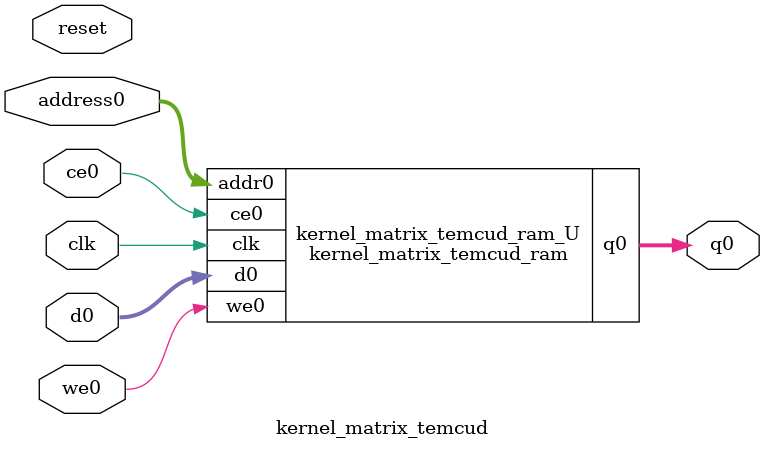
<source format=v>

`timescale 1 ns / 1 ps
module kernel_matrix_temcud_ram (addr0, ce0, d0, we0, q0,  clk);

parameter DWIDTH = 32;
parameter AWIDTH = 10;
parameter MEM_SIZE = 784;

input[AWIDTH-1:0] addr0;
input ce0;
input[DWIDTH-1:0] d0;
input we0;
output reg[DWIDTH-1:0] q0;
input clk;

(* ram_style = "block" *)reg [DWIDTH-1:0] ram[0:MEM_SIZE-1];




always @(posedge clk)  
begin 
    if (ce0) 
    begin
        if (we0) 
        begin 
            ram[addr0] <= d0; 
            q0 <= d0;
        end 
        else 
            q0 <= ram[addr0];
    end
end


endmodule


`timescale 1 ns / 1 ps
module kernel_matrix_temcud(
    reset,
    clk,
    address0,
    ce0,
    we0,
    d0,
    q0);

parameter DataWidth = 32'd32;
parameter AddressRange = 32'd784;
parameter AddressWidth = 32'd10;
input reset;
input clk;
input[AddressWidth - 1:0] address0;
input ce0;
input we0;
input[DataWidth - 1:0] d0;
output[DataWidth - 1:0] q0;



kernel_matrix_temcud_ram kernel_matrix_temcud_ram_U(
    .clk( clk ),
    .addr0( address0 ),
    .ce0( ce0 ),
    .we0( we0 ),
    .d0( d0 ),
    .q0( q0 ));

endmodule


</source>
